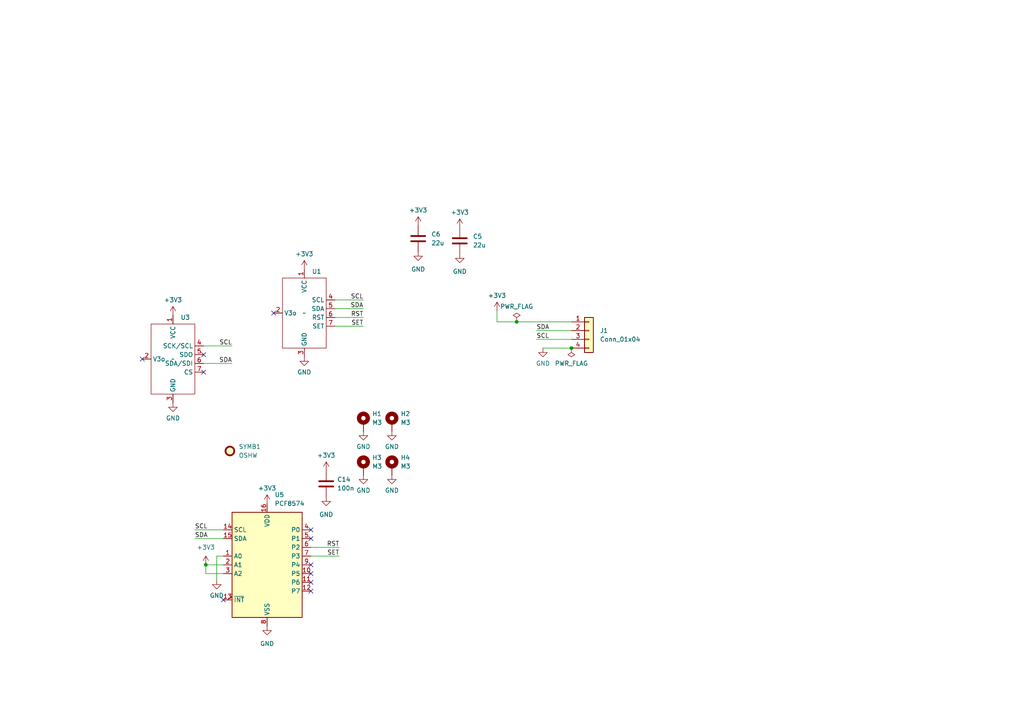
<source format=kicad_sch>
(kicad_sch (version 20230121) (generator eeschema)
  (paper "A4")
  (lib_symbols
    (symbol "Connector_Generic:Conn_01x04" (pin_names (offset 1.016) hide)
      (property "Reference" "J" (at 0 5.08 0))
      (property "Value" "Conn_01x04" (at 0 -7.62 0))
      (symbol "Conn_01x04_1_1"
        (rectangle (start -1.27 -4.953) (end 0 -5.207) (stroke (width 0.1524)))
        (rectangle (start -1.27 -2.413) (end 0 -2.667) (stroke (width 0.1524)))
        (rectangle (start -1.27 0.127) (end 0 -0.127) (stroke (width 0.1524)))
        (rectangle (start -1.27 2.667) (end 0 2.413) (stroke (width 0.1524)))
        (rectangle (start -1.27 3.81) (end 1.27 -6.35) (stroke (width 0.254)) (fill (type background)))
        (pin passive line (at -5.08 2.54 0) (length 3.81) (name "Pin_1") (number "1"))
        (pin passive line (at -5.08 0 0) (length 3.81) (name "Pin_2") (number "2"))
        (pin passive line (at -5.08 -2.54 0) (length 3.81) (name "Pin_3") (number "3"))
        (pin passive line (at -5.08 -5.08 0) (length 3.81) (name "Pin_4") (number "4"))
      )
    )
    (symbol "Device:C" (pin_numbers hide) (pin_names (offset 0.254))
      (property "Reference" "C" (at 0.635 2.54 0))
      (property "Value" "C" (at 0.635 -2.54 0))
      (symbol "C_0_1"
        (polyline (pts (xy -2.032 -0.762) (xy 2.032 -0.762)) (stroke (width 0.508)))
        (polyline (pts (xy -2.032 0.762) (xy 2.032 0.762)) (stroke (width 0.508)))
      )
      (symbol "C_1_1"
        (pin passive line (at 0 3.81 270) (length 2.794) (name "~") (number "1"))
        (pin passive line (at 0 -3.81 90) (length 2.794) (name "~") (number "2"))
      )
    )
    (symbol "Interface_Expansion:PCF8574"
      (property "Reference" "U" (at -8.89 16.51 0))
      (property "Value" "PCF8574" (at 2.54 16.51 0))
      (symbol "PCF8574_0_1"
        (rectangle (start -10.16 15.24) (end 10.16 -15.24) (stroke (width 0.254)) (fill (type background)))
      )
      (symbol "PCF8574_1_1"
        (pin input line (at -12.7 2.54 0) (length 2.54) (name "A0") (number "1"))
        (pin bidirectional line (at 12.7 -2.54 180) (length 2.54) (name "P5") (number "10"))
        (pin bidirectional line (at 12.7 -5.08 180) (length 2.54) (name "P6") (number "11"))
        (pin bidirectional line (at 12.7 -7.62 180) (length 2.54) (name "P7") (number "12"))
        (pin open_collector output_low (at -12.7 -10.16 0) (length 2.54) (name "~{INT}") (number "13"))
        (pin input line (at -12.7 10.16 0) (length 2.54) (name "SCL") (number "14"))
        (pin bidirectional line (at -12.7 7.62 0) (length 2.54) (name "SDA") (number "15"))
        (pin power_in line (at 0 17.78 270) (length 2.54) (name "VDD") (number "16"))
        (pin input line (at -12.7 0 0) (length 2.54) (name "A1") (number "2"))
        (pin input line (at -12.7 -2.54 0) (length 2.54) (name "A2") (number "3"))
        (pin bidirectional line (at 12.7 10.16 180) (length 2.54) (name "P0") (number "4"))
        (pin bidirectional line (at 12.7 7.62 180) (length 2.54) (name "P1") (number "5"))
        (pin bidirectional line (at 12.7 5.08 180) (length 2.54) (name "P2") (number "6"))
        (pin bidirectional line (at 12.7 2.54 180) (length 2.54) (name "P3") (number "7"))
        (pin power_in line (at 0 -17.78 90) (length 2.54) (name "VSS") (number "8"))
        (pin bidirectional line (at 12.7 0 180) (length 2.54) (name "P4") (number "9"))
      )
    )
    (symbol "Mechanical:Fiducial"
      (property "Reference" "FID" (at 0 5.08 0))
      (property "Value" "Fiducial" (at 0 3.175 0))
      (symbol "Fiducial_0_1"
        (circle (center 0 0) (radius 1.27) (stroke (width 0.508)) (fill (type background)))
      )
    )
    (symbol "Mechanical:MountingHole_Pad" (pin_numbers hide) (pin_names (offset 1.016) hide)
      (property "Reference" "H" (at 0 6.35 0))
      (property "Value" "MountingHole_Pad" (at 0 4.445 0))
      (symbol "MountingHole_Pad_0_1"
        (circle (center 0 1.27) (radius 1.27) (stroke (width 1.27)))
      )
      (symbol "MountingHole_Pad_1_1"
        (pin input line (at 0 -2.54 90) (length 2.54) (name "1") (number "1"))
      )
    )
    (symbol "additional:BME680"
      (property "Reference" "U" (at 3.81 11.43 0))
      (symbol "BME680_0_1"
        (rectangle (start -6.35 10.16) (end 6.35 -10.16))
      )
      (symbol "BME680_1_1"
        (pin power_in line (at 0 12.7 270) (length 2.54) (name "VCC") (number "1"))
        (pin power_out line (at -8.89 0 0) (length 2.54) (name "V3o") (number "2"))
        (pin power_in line (at 0 -12.7 90) (length 2.54) (name "GND") (number "3"))
        (pin input line (at 8.89 3.81 180) (length 2.54) (name "SCK/SCL") (number "4"))
        (pin output line (at 8.89 1.27 180) (length 2.54) (name "SDO") (number "5"))
        (pin bidirectional line (at 8.89 -1.27 180) (length 2.54) (name "SDA/SDI") (number "6"))
        (pin input line (at 8.89 -3.81 180) (length 2.54) (name "CS") (number "7"))
      )
    )
    (symbol "additional:PMSA003I"
      (property "Reference" "U" (at 3.81 11.43 0))
      (symbol "PMSA003I_0_1"
        (rectangle (start -6.35 10.16) (end 6.35 -10.16))
      )
      (symbol "PMSA003I_1_1"
        (pin power_in line (at 0 12.7 270) (length 2.54) (name "VCC") (number "1"))
        (pin power_out line (at -8.89 0 0) (length 2.54) (name "V3o") (number "2"))
        (pin power_in line (at 0 -12.7 90) (length 2.54) (name "GND") (number "3"))
        (pin input line (at 8.89 3.81 180) (length 2.54) (name "SCL") (number "4"))
        (pin bidirectional line (at 8.89 1.27 180) (length 2.54) (name "SDA") (number "5"))
        (pin input line (at 8.89 -1.27 180) (length 2.54) (name "RST") (number "6"))
        (pin input line (at 8.89 -3.81 180) (length 2.54) (name "SET") (number "7"))
      )
    )
    (symbol "power:+3V3" (power) (pin_names (offset 0))
      (property "Value" "+3V3" (at 0 3.556 0))
      (symbol "+3V3_0_1"
        (polyline (pts (xy -0.762 1.27) (xy 0 2.54)))
        (polyline (pts (xy 0 0) (xy 0 2.54)))
        (polyline (pts (xy 0 2.54) (xy 0.762 1.27)))
      )
      (symbol "+3V3_1_1"
        (pin power_in line (at 0 0 90) (length 0) hide (name "+3V3") (number "1"))
      )
    )
    (symbol "power:GND" (power) (pin_names (offset 0))
      (property "Value" "GND" (at 0 -3.81 0))
      (symbol "GND_0_1"
        (polyline (pts (xy 0 0) (xy 0 -1.27) (xy 1.27 -1.27) (xy 0 -2.54) (xy -1.27 -1.27) (xy 0 -1.27)))
      )
      (symbol "GND_1_1"
        (pin power_in line (at 0 0 270) (length 0) hide (name "GND") (number "1"))
      )
    )
    (symbol "power:PWR_FLAG" (power) (pin_numbers hide) (pin_names (offset 0) hide)
      (property "Value" "PWR_FLAG" (at 0 3.81 0))
      (symbol "PWR_FLAG_0_0"
        (pin power_out line (at 0 0 90) (length 0) (name "pwr") (number "1"))
      )
      (symbol "PWR_FLAG_0_1"
        (polyline (pts (xy 0 0) (xy 0 1.27) (xy -1.016 1.905) (xy 0 2.54) (xy 1.016 1.905) (xy 0 1.27)))
      )
    )
  )
  (junction (at 149.86 93.345))
  (junction (at 59.69 163.83))
  (junction (at 165.735 100.965))
  (no_connect (at 90.17 156.21))
  (no_connect (at 90.17 171.45))
  (no_connect (at 90.17 168.91))
  (no_connect (at 59.055 102.87))
  (no_connect (at 90.17 166.37))
  (no_connect (at 64.77 173.99))
  (no_connect (at 59.055 107.95))
  (no_connect (at 79.375 90.805))
  (no_connect (at 41.275 104.14))
  (no_connect (at 90.17 153.67))
  (no_connect (at 90.17 163.83))
  (wire (pts (xy 155.575 95.885) (xy 165.735 95.885)))
  (wire (pts (xy 97.155 94.615) (xy 105.41 94.615)))
  (wire (pts (xy 144.145 93.345) (xy 144.145 90.17)))
  (wire (pts (xy 59.69 163.83) (xy 64.77 163.83)))
  (wire (pts (xy 165.735 93.345) (xy 149.86 93.345)))
  (wire (pts (xy 97.155 89.535) (xy 105.41 89.535)))
  (wire (pts (xy 64.77 161.29) (xy 62.865 161.29)))
  (wire (pts (xy 59.055 105.41) (xy 67.31 105.41)))
  (wire (pts (xy 97.155 86.995) (xy 105.41 86.995)))
  (wire (pts (xy 157.48 100.965) (xy 165.735 100.965)))
  (wire (pts (xy 64.77 153.67) (xy 56.515 153.67)))
  (wire (pts (xy 90.17 158.75) (xy 98.425 158.75)))
  (wire (pts (xy 62.865 161.29) (xy 62.865 168.275)))
  (wire (pts (xy 155.575 98.425) (xy 165.735 98.425)))
  (wire (pts (xy 97.155 92.075) (xy 105.41 92.075)))
  (wire (pts (xy 59.69 163.83) (xy 59.69 166.37)))
  (wire (pts (xy 90.17 161.29) (xy 98.425 161.29)))
  (wire (pts (xy 149.86 93.345) (xy 144.145 93.345)))
  (wire (pts (xy 59.69 166.37) (xy 64.77 166.37)))
  (wire (pts (xy 64.77 156.21) (xy 56.515 156.21)))
  (wire (pts (xy 59.055 100.33) (xy 67.31 100.33)))
  (label "SCL" (at 105.41 86.995 180))
  (label "SCL" (at 155.575 98.425 0))
  (label "SCL" (at 67.31 100.33 180))
  (label "SDA" (at 155.575 95.885 0))
  (label "SCL" (at 56.515 153.67 0))
  (label "RST" (at 105.41 92.075 180))
  (label "SET" (at 98.425 161.29 180))
  (label "SDA" (at 56.515 156.21 0))
  (label "SDA" (at 67.31 105.41 180))
  (label "SDA" (at 105.41 89.535 180))
  (label "RST" (at 98.425 158.75 180))
  (label "SET" (at 105.41 94.615 180))
  (symbol (lib_id "Mechanical:MountingHole_Pad") (at 105.41 122.555 0) (unit 1)
    (property "Reference" "H1" (at 107.95 120.015 0) (effects (justify left)))
    (property "Value" "M3" (at 107.95 122.555 0) (effects (justify left)))
    (property "Footprint" "MountingHole:MountingHole_3.2mm_M3_Pad_Via" (effects hide))
  )
  (symbol (lib_id "power:PWR_FLAG") (at 149.86 93.345 0) (unit 1)
    (property "Reference" "#FLG02" (effects hide))
    (property "Value" "PWR_FLAG" (at 149.86 88.9 0))
  )
  (symbol (lib_id "power:+3V3") (at 94.615 136.525 0) (unit 1)
    (property "Reference" "#PWR043" (effects hide))
    (property "Value" "+3V3" (at 94.615 132.08 0))
  )
  (symbol (lib_id "power:GND") (at 50.165 116.84 0) (unit 1)
    (property "Reference" "#PWR06" (effects hide))
    (property "Value" "GND" (at 50.165 121.285 0))
  )
  (symbol (lib_id "power:GND") (at 94.615 144.145 0) (unit 1)
    (property "Reference" "#PWR044" (effects hide))
    (property "Value" "GND" (at 94.615 149.225 0))
  )
  (symbol (lib_id "Mechanical:MountingHole_Pad") (at 113.665 122.555 0) (unit 1)
    (property "Reference" "H2" (at 116.205 120.015 0) (effects (justify left)))
    (property "Value" "M3" (at 116.205 122.555 0) (effects (justify left)))
    (property "Footprint" "MountingHole:MountingHole_3.2mm_M3_Pad_Via" (effects hide))
  )
  (symbol (lib_id "power:GND") (at 105.41 125.095 0) (unit 1)
    (property "Reference" "#PWR013" (effects hide))
    (property "Value" "GND" (at 105.41 129.54 0))
  )
  (symbol (lib_id "power:GND") (at 62.865 168.275 0) (unit 1)
    (property "Reference" "#PWR03" (effects hide))
    (property "Value" "GND" (at 62.865 172.72 0))
  )
  (symbol (lib_id "power:PWR_FLAG") (at 165.735 100.965 180) (unit 1)
    (property "Reference" "#FLG03" (effects hide))
    (property "Value" "PWR_FLAG" (at 165.735 105.41 0))
  )
  (symbol (lib_id "power:+3V3") (at 88.265 78.105 0) (unit 1)
    (property "Reference" "#PWR02" (effects hide))
    (property "Value" "+3V3" (at 88.265 73.66 0))
  )
  (symbol (lib_id "power:GND") (at 113.665 137.795 0) (unit 1)
    (property "Reference" "#PWR016" (effects hide))
    (property "Value" "GND" (at 113.665 142.24 0))
  )
  (symbol (lib_id "additional:BME680") (at 50.165 104.14 0) (unit 1)
    (property "Reference" "U3" (at 52.3591 92.075 0) (effects (justify left)))
    (property "Value" "~" (at 50.165 104.14 0))
    (property "Footprint" "breakboard:bme680" (effects hide))
  )
  (symbol (lib_id "power:GND") (at 77.47 181.61 0) (unit 1)
    (property "Reference" "#PWR047" (effects hide))
    (property "Value" "GND" (at 77.47 186.69 0))
  )
  (symbol (lib_id "Device:C") (at 133.35 69.85 0) (unit 1)
    (property "Reference" "C5" (at 137.16 68.58 0) (effects (justify left)))
    (property "Value" "22u" (at 137.16 71.12 0) (effects (justify left)))
    (property "Footprint" "Capacitor_SMD:C_1210_3225Metric" (effects hide))
    (property "Mouser" "CL32B226MOJNNNE" (effects hide))
    (property "mouser" "CL32B226MOJNNNE" (effects hide))
  )
  (symbol (lib_id "power:+3V3") (at 133.35 66.04 0) (unit 1)
    (property "Reference" "#PWR025" (effects hide))
    (property "Value" "+3V3" (at 133.35 61.595 0))
  )
  (symbol (lib_id "power:+3V3") (at 121.285 65.405 0) (unit 1)
    (property "Reference" "#PWR04" (effects hide))
    (property "Value" "+3V3" (at 121.285 60.96 0))
  )
  (symbol (lib_id "power:GND") (at 133.35 73.66 0) (unit 1)
    (property "Reference" "#PWR026" (effects hide))
    (property "Value" "GND" (at 133.35 78.74 0))
  )
  (symbol (lib_id "Device:C") (at 121.285 69.215 0) (unit 1)
    (property "Reference" "C6" (at 125.095 67.945 0) (effects (justify left)))
    (property "Value" "22u" (at 125.095 70.485 0) (effects (justify left)))
    (property "Footprint" "Capacitor_SMD:C_1210_3225Metric" (effects hide))
    (property "Mouser" "CL32B226MOJNNNE" (effects hide))
    (property "mouser" "CL32B226MOJNNNE" (effects hide))
  )
  (symbol (lib_id "Interface_Expansion:PCF8574") (at 77.47 163.83 0) (unit 1)
    (property "Reference" "U5" (at 79.6641 143.51 0) (effects (justify left)))
    (property "Value" "PCF8574" (at 79.6641 146.05 0) (effects (justify left)))
    (property "Footprint" "Package_SO:SOIC-16W_7.5x10.3mm_P1.27mm" (effects hide))
    (property "Datasheet" "http://www.nxp.com/docs/en/data-sheet/PCF8574_PCF8574A.pdf" (effects hide))
  )
  (symbol (lib_id "power:+3V3") (at 144.145 90.17 0) (unit 1)
    (property "Reference" "#PWR010" (effects hide))
    (property "Value" "+3V3" (at 144.145 85.725 0))
  )
  (symbol (lib_id "power:GND") (at 157.48 100.965 0) (unit 1)
    (property "Reference" "#PWR012" (effects hide))
    (property "Value" "GND" (at 157.48 105.41 0))
  )
  (symbol (lib_id "power:GND") (at 105.41 137.795 0) (unit 1)
    (property "Reference" "#PWR015" (effects hide))
    (property "Value" "GND" (at 105.41 142.24 0))
  )
  (symbol (lib_id "Mechanical:MountingHole_Pad") (at 105.41 135.255 0) (unit 1)
    (property "Reference" "H3" (at 107.95 132.715 0) (effects (justify left)))
    (property "Value" "M3" (at 107.95 135.255 0) (effects (justify left)))
    (property "Footprint" "MountingHole:MountingHole_3.2mm_M3_Pad_Via" (effects hide))
  )
  (symbol (lib_id "power:+3V3") (at 77.47 146.05 0) (unit 1)
    (property "Reference" "#PWR045" (effects hide))
    (property "Value" "+3V3" (at 77.47 141.605 0))
  )
  (symbol (lib_id "power:GND") (at 121.285 73.025 0) (unit 1)
    (property "Reference" "#PWR028" (effects hide))
    (property "Value" "GND" (at 121.285 78.105 0))
  )
  (symbol (lib_id "power:GND") (at 113.665 125.095 0) (unit 1)
    (property "Reference" "#PWR014" (effects hide))
    (property "Value" "GND" (at 113.665 129.54 0))
  )
  (symbol (lib_id "Device:C") (at 94.615 140.335 0) (unit 1)
    (property "Reference" "C14" (at 97.79 139.065 0) (effects (justify left)))
    (property "Value" "100n" (at 97.79 141.605 0) (effects (justify left)))
    (property "Footprint" "Capacitor_SMD:C_1206_3216Metric" (effects hide))
    (property "mouser" " 80-C1206C104K5R " (effects hide))
  )
  (symbol (lib_id "Mechanical:MountingHole_Pad") (at 113.665 135.255 0) (unit 1)
    (property "Reference" "H4" (at 116.205 132.715 0) (effects (justify left)))
    (property "Value" "M3" (at 116.205 135.255 0) (effects (justify left)))
    (property "Footprint" "MountingHole:MountingHole_3.2mm_M3_Pad_Via" (effects hide))
  )
  (symbol (lib_id "power:GND") (at 88.265 103.505 0) (unit 1)
    (property "Reference" "#PWR01" (effects hide))
    (property "Value" "GND" (at 88.265 107.95 0))
  )
  (symbol (lib_id "power:+3V3") (at 59.69 163.83 0) (unit 1)
    (property "Reference" "#PWR041" (effects hide))
    (property "Value" "+3V3" (at 59.69 158.75 0))
  )
  (symbol (lib_id "power:+3V3") (at 50.165 91.44 0) (unit 1)
    (property "Reference" "#PWR05" (effects hide))
    (property "Value" "+3V3" (at 50.165 86.995 0))
  )
  (symbol (lib_id "Connector_Generic:Conn_01x04") (at 170.815 95.885 0) (unit 1)
    (property "Reference" "J1" (at 173.99 95.885 0) (effects (justify left)))
    (property "Value" "Conn_01x04" (at 173.99 98.425 0) (effects (justify left)))
    (property "Footprint" "Connector_JST:JST_XH_B4B-XH-A_1x04_P2.50mm_Vertical" (effects hide))
  )
  (symbol (lib_id "Mechanical:Fiducial") (at 66.675 130.81 0) (unit 1)
    (property "Reference" "SYMB1" (at 69.215 129.54 0) (effects (justify left)))
    (property "Value" "OSHW" (at 69.215 132.08 0) (effects (justify left)))
    (property "Footprint" "additional:OSHW-Logo2_9.8x8mm_Mask" (effects hide))
  )
  (symbol (lib_id "additional:PMSA003I") (at 88.265 90.805 0) (unit 1)
    (property "Reference" "U1" (at 90.4591 78.74 0) (effects (justify left)))
    (property "Value" "~" (at 88.265 90.805 0))
    (property "Footprint" "additional:PMSA003I" (effects hide))
  )
)
</source>
